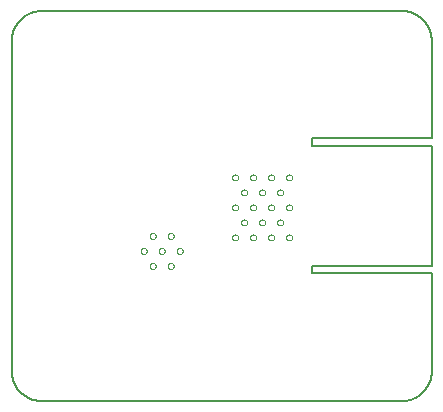
<source format=gko>
G75*
%MOIN*%
%OFA0B0*%
%FSLAX25Y25*%
%IPPOS*%
%LPD*%
%AMOC8*
5,1,8,0,0,1.08239X$1,22.5*
%
%ADD10C,0.00800*%
%ADD11C,0.00000*%
D10*
X0005000Y0011500D02*
X0005000Y0121500D01*
X0005003Y0121742D01*
X0005012Y0121983D01*
X0005026Y0122224D01*
X0005047Y0122465D01*
X0005073Y0122705D01*
X0005105Y0122945D01*
X0005143Y0123184D01*
X0005186Y0123421D01*
X0005236Y0123658D01*
X0005291Y0123893D01*
X0005351Y0124127D01*
X0005418Y0124359D01*
X0005489Y0124590D01*
X0005567Y0124819D01*
X0005650Y0125046D01*
X0005738Y0125271D01*
X0005832Y0125494D01*
X0005931Y0125714D01*
X0006036Y0125932D01*
X0006145Y0126147D01*
X0006260Y0126360D01*
X0006380Y0126570D01*
X0006505Y0126776D01*
X0006635Y0126980D01*
X0006770Y0127181D01*
X0006910Y0127378D01*
X0007054Y0127572D01*
X0007203Y0127762D01*
X0007357Y0127948D01*
X0007515Y0128131D01*
X0007677Y0128310D01*
X0007844Y0128485D01*
X0008015Y0128656D01*
X0008190Y0128823D01*
X0008369Y0128985D01*
X0008552Y0129143D01*
X0008738Y0129297D01*
X0008928Y0129446D01*
X0009122Y0129590D01*
X0009319Y0129730D01*
X0009520Y0129865D01*
X0009724Y0129995D01*
X0009930Y0130120D01*
X0010140Y0130240D01*
X0010353Y0130355D01*
X0010568Y0130464D01*
X0010786Y0130569D01*
X0011006Y0130668D01*
X0011229Y0130762D01*
X0011454Y0130850D01*
X0011681Y0130933D01*
X0011910Y0131011D01*
X0012141Y0131082D01*
X0012373Y0131149D01*
X0012607Y0131209D01*
X0012842Y0131264D01*
X0013079Y0131314D01*
X0013316Y0131357D01*
X0013555Y0131395D01*
X0013795Y0131427D01*
X0014035Y0131453D01*
X0014276Y0131474D01*
X0014517Y0131488D01*
X0014758Y0131497D01*
X0015000Y0131500D01*
X0135000Y0131500D01*
X0135242Y0131497D01*
X0135483Y0131488D01*
X0135724Y0131474D01*
X0135965Y0131453D01*
X0136205Y0131427D01*
X0136445Y0131395D01*
X0136684Y0131357D01*
X0136921Y0131314D01*
X0137158Y0131264D01*
X0137393Y0131209D01*
X0137627Y0131149D01*
X0137859Y0131082D01*
X0138090Y0131011D01*
X0138319Y0130933D01*
X0138546Y0130850D01*
X0138771Y0130762D01*
X0138994Y0130668D01*
X0139214Y0130569D01*
X0139432Y0130464D01*
X0139647Y0130355D01*
X0139860Y0130240D01*
X0140070Y0130120D01*
X0140276Y0129995D01*
X0140480Y0129865D01*
X0140681Y0129730D01*
X0140878Y0129590D01*
X0141072Y0129446D01*
X0141262Y0129297D01*
X0141448Y0129143D01*
X0141631Y0128985D01*
X0141810Y0128823D01*
X0141985Y0128656D01*
X0142156Y0128485D01*
X0142323Y0128310D01*
X0142485Y0128131D01*
X0142643Y0127948D01*
X0142797Y0127762D01*
X0142946Y0127572D01*
X0143090Y0127378D01*
X0143230Y0127181D01*
X0143365Y0126980D01*
X0143495Y0126776D01*
X0143620Y0126570D01*
X0143740Y0126360D01*
X0143855Y0126147D01*
X0143964Y0125932D01*
X0144069Y0125714D01*
X0144168Y0125494D01*
X0144262Y0125271D01*
X0144350Y0125046D01*
X0144433Y0124819D01*
X0144511Y0124590D01*
X0144582Y0124359D01*
X0144649Y0124127D01*
X0144709Y0123893D01*
X0144764Y0123658D01*
X0144814Y0123421D01*
X0144857Y0123184D01*
X0144895Y0122945D01*
X0144927Y0122705D01*
X0144953Y0122465D01*
X0144974Y0122224D01*
X0144988Y0121983D01*
X0144997Y0121742D01*
X0145000Y0121500D01*
X0145000Y0089000D01*
X0105000Y0089000D01*
X0105000Y0086500D01*
X0145000Y0086500D01*
X0145000Y0046500D01*
X0105000Y0046500D01*
X0105000Y0044000D01*
X0145000Y0044000D01*
X0145000Y0011500D01*
X0144997Y0011258D01*
X0144988Y0011017D01*
X0144974Y0010776D01*
X0144953Y0010535D01*
X0144927Y0010295D01*
X0144895Y0010055D01*
X0144857Y0009816D01*
X0144814Y0009579D01*
X0144764Y0009342D01*
X0144709Y0009107D01*
X0144649Y0008873D01*
X0144582Y0008641D01*
X0144511Y0008410D01*
X0144433Y0008181D01*
X0144350Y0007954D01*
X0144262Y0007729D01*
X0144168Y0007506D01*
X0144069Y0007286D01*
X0143964Y0007068D01*
X0143855Y0006853D01*
X0143740Y0006640D01*
X0143620Y0006430D01*
X0143495Y0006224D01*
X0143365Y0006020D01*
X0143230Y0005819D01*
X0143090Y0005622D01*
X0142946Y0005428D01*
X0142797Y0005238D01*
X0142643Y0005052D01*
X0142485Y0004869D01*
X0142323Y0004690D01*
X0142156Y0004515D01*
X0141985Y0004344D01*
X0141810Y0004177D01*
X0141631Y0004015D01*
X0141448Y0003857D01*
X0141262Y0003703D01*
X0141072Y0003554D01*
X0140878Y0003410D01*
X0140681Y0003270D01*
X0140480Y0003135D01*
X0140276Y0003005D01*
X0140070Y0002880D01*
X0139860Y0002760D01*
X0139647Y0002645D01*
X0139432Y0002536D01*
X0139214Y0002431D01*
X0138994Y0002332D01*
X0138771Y0002238D01*
X0138546Y0002150D01*
X0138319Y0002067D01*
X0138090Y0001989D01*
X0137859Y0001918D01*
X0137627Y0001851D01*
X0137393Y0001791D01*
X0137158Y0001736D01*
X0136921Y0001686D01*
X0136684Y0001643D01*
X0136445Y0001605D01*
X0136205Y0001573D01*
X0135965Y0001547D01*
X0135724Y0001526D01*
X0135483Y0001512D01*
X0135242Y0001503D01*
X0135000Y0001500D01*
X0015000Y0001500D01*
X0014758Y0001503D01*
X0014517Y0001512D01*
X0014276Y0001526D01*
X0014035Y0001547D01*
X0013795Y0001573D01*
X0013555Y0001605D01*
X0013316Y0001643D01*
X0013079Y0001686D01*
X0012842Y0001736D01*
X0012607Y0001791D01*
X0012373Y0001851D01*
X0012141Y0001918D01*
X0011910Y0001989D01*
X0011681Y0002067D01*
X0011454Y0002150D01*
X0011229Y0002238D01*
X0011006Y0002332D01*
X0010786Y0002431D01*
X0010568Y0002536D01*
X0010353Y0002645D01*
X0010140Y0002760D01*
X0009930Y0002880D01*
X0009724Y0003005D01*
X0009520Y0003135D01*
X0009319Y0003270D01*
X0009122Y0003410D01*
X0008928Y0003554D01*
X0008738Y0003703D01*
X0008552Y0003857D01*
X0008369Y0004015D01*
X0008190Y0004177D01*
X0008015Y0004344D01*
X0007844Y0004515D01*
X0007677Y0004690D01*
X0007515Y0004869D01*
X0007357Y0005052D01*
X0007203Y0005238D01*
X0007054Y0005428D01*
X0006910Y0005622D01*
X0006770Y0005819D01*
X0006635Y0006020D01*
X0006505Y0006224D01*
X0006380Y0006430D01*
X0006260Y0006640D01*
X0006145Y0006853D01*
X0006036Y0007068D01*
X0005931Y0007286D01*
X0005832Y0007506D01*
X0005738Y0007729D01*
X0005650Y0007954D01*
X0005567Y0008181D01*
X0005489Y0008410D01*
X0005418Y0008641D01*
X0005351Y0008873D01*
X0005291Y0009107D01*
X0005236Y0009342D01*
X0005186Y0009579D01*
X0005143Y0009816D01*
X0005105Y0010055D01*
X0005073Y0010295D01*
X0005047Y0010535D01*
X0005026Y0010776D01*
X0005012Y0011017D01*
X0005003Y0011258D01*
X0005000Y0011500D01*
D11*
X0048000Y0051500D02*
X0048002Y0051563D01*
X0048008Y0051625D01*
X0048018Y0051687D01*
X0048031Y0051749D01*
X0048049Y0051809D01*
X0048070Y0051868D01*
X0048095Y0051926D01*
X0048124Y0051982D01*
X0048156Y0052036D01*
X0048191Y0052088D01*
X0048229Y0052137D01*
X0048271Y0052185D01*
X0048315Y0052229D01*
X0048363Y0052271D01*
X0048412Y0052309D01*
X0048464Y0052344D01*
X0048518Y0052376D01*
X0048574Y0052405D01*
X0048632Y0052430D01*
X0048691Y0052451D01*
X0048751Y0052469D01*
X0048813Y0052482D01*
X0048875Y0052492D01*
X0048937Y0052498D01*
X0049000Y0052500D01*
X0049063Y0052498D01*
X0049125Y0052492D01*
X0049187Y0052482D01*
X0049249Y0052469D01*
X0049309Y0052451D01*
X0049368Y0052430D01*
X0049426Y0052405D01*
X0049482Y0052376D01*
X0049536Y0052344D01*
X0049588Y0052309D01*
X0049637Y0052271D01*
X0049685Y0052229D01*
X0049729Y0052185D01*
X0049771Y0052137D01*
X0049809Y0052088D01*
X0049844Y0052036D01*
X0049876Y0051982D01*
X0049905Y0051926D01*
X0049930Y0051868D01*
X0049951Y0051809D01*
X0049969Y0051749D01*
X0049982Y0051687D01*
X0049992Y0051625D01*
X0049998Y0051563D01*
X0050000Y0051500D01*
X0049998Y0051437D01*
X0049992Y0051375D01*
X0049982Y0051313D01*
X0049969Y0051251D01*
X0049951Y0051191D01*
X0049930Y0051132D01*
X0049905Y0051074D01*
X0049876Y0051018D01*
X0049844Y0050964D01*
X0049809Y0050912D01*
X0049771Y0050863D01*
X0049729Y0050815D01*
X0049685Y0050771D01*
X0049637Y0050729D01*
X0049588Y0050691D01*
X0049536Y0050656D01*
X0049482Y0050624D01*
X0049426Y0050595D01*
X0049368Y0050570D01*
X0049309Y0050549D01*
X0049249Y0050531D01*
X0049187Y0050518D01*
X0049125Y0050508D01*
X0049063Y0050502D01*
X0049000Y0050500D01*
X0048937Y0050502D01*
X0048875Y0050508D01*
X0048813Y0050518D01*
X0048751Y0050531D01*
X0048691Y0050549D01*
X0048632Y0050570D01*
X0048574Y0050595D01*
X0048518Y0050624D01*
X0048464Y0050656D01*
X0048412Y0050691D01*
X0048363Y0050729D01*
X0048315Y0050771D01*
X0048271Y0050815D01*
X0048229Y0050863D01*
X0048191Y0050912D01*
X0048156Y0050964D01*
X0048124Y0051018D01*
X0048095Y0051074D01*
X0048070Y0051132D01*
X0048049Y0051191D01*
X0048031Y0051251D01*
X0048018Y0051313D01*
X0048008Y0051375D01*
X0048002Y0051437D01*
X0048000Y0051500D01*
X0051000Y0056500D02*
X0051002Y0056563D01*
X0051008Y0056625D01*
X0051018Y0056687D01*
X0051031Y0056749D01*
X0051049Y0056809D01*
X0051070Y0056868D01*
X0051095Y0056926D01*
X0051124Y0056982D01*
X0051156Y0057036D01*
X0051191Y0057088D01*
X0051229Y0057137D01*
X0051271Y0057185D01*
X0051315Y0057229D01*
X0051363Y0057271D01*
X0051412Y0057309D01*
X0051464Y0057344D01*
X0051518Y0057376D01*
X0051574Y0057405D01*
X0051632Y0057430D01*
X0051691Y0057451D01*
X0051751Y0057469D01*
X0051813Y0057482D01*
X0051875Y0057492D01*
X0051937Y0057498D01*
X0052000Y0057500D01*
X0052063Y0057498D01*
X0052125Y0057492D01*
X0052187Y0057482D01*
X0052249Y0057469D01*
X0052309Y0057451D01*
X0052368Y0057430D01*
X0052426Y0057405D01*
X0052482Y0057376D01*
X0052536Y0057344D01*
X0052588Y0057309D01*
X0052637Y0057271D01*
X0052685Y0057229D01*
X0052729Y0057185D01*
X0052771Y0057137D01*
X0052809Y0057088D01*
X0052844Y0057036D01*
X0052876Y0056982D01*
X0052905Y0056926D01*
X0052930Y0056868D01*
X0052951Y0056809D01*
X0052969Y0056749D01*
X0052982Y0056687D01*
X0052992Y0056625D01*
X0052998Y0056563D01*
X0053000Y0056500D01*
X0052998Y0056437D01*
X0052992Y0056375D01*
X0052982Y0056313D01*
X0052969Y0056251D01*
X0052951Y0056191D01*
X0052930Y0056132D01*
X0052905Y0056074D01*
X0052876Y0056018D01*
X0052844Y0055964D01*
X0052809Y0055912D01*
X0052771Y0055863D01*
X0052729Y0055815D01*
X0052685Y0055771D01*
X0052637Y0055729D01*
X0052588Y0055691D01*
X0052536Y0055656D01*
X0052482Y0055624D01*
X0052426Y0055595D01*
X0052368Y0055570D01*
X0052309Y0055549D01*
X0052249Y0055531D01*
X0052187Y0055518D01*
X0052125Y0055508D01*
X0052063Y0055502D01*
X0052000Y0055500D01*
X0051937Y0055502D01*
X0051875Y0055508D01*
X0051813Y0055518D01*
X0051751Y0055531D01*
X0051691Y0055549D01*
X0051632Y0055570D01*
X0051574Y0055595D01*
X0051518Y0055624D01*
X0051464Y0055656D01*
X0051412Y0055691D01*
X0051363Y0055729D01*
X0051315Y0055771D01*
X0051271Y0055815D01*
X0051229Y0055863D01*
X0051191Y0055912D01*
X0051156Y0055964D01*
X0051124Y0056018D01*
X0051095Y0056074D01*
X0051070Y0056132D01*
X0051049Y0056191D01*
X0051031Y0056251D01*
X0051018Y0056313D01*
X0051008Y0056375D01*
X0051002Y0056437D01*
X0051000Y0056500D01*
X0054000Y0051500D02*
X0054002Y0051563D01*
X0054008Y0051625D01*
X0054018Y0051687D01*
X0054031Y0051749D01*
X0054049Y0051809D01*
X0054070Y0051868D01*
X0054095Y0051926D01*
X0054124Y0051982D01*
X0054156Y0052036D01*
X0054191Y0052088D01*
X0054229Y0052137D01*
X0054271Y0052185D01*
X0054315Y0052229D01*
X0054363Y0052271D01*
X0054412Y0052309D01*
X0054464Y0052344D01*
X0054518Y0052376D01*
X0054574Y0052405D01*
X0054632Y0052430D01*
X0054691Y0052451D01*
X0054751Y0052469D01*
X0054813Y0052482D01*
X0054875Y0052492D01*
X0054937Y0052498D01*
X0055000Y0052500D01*
X0055063Y0052498D01*
X0055125Y0052492D01*
X0055187Y0052482D01*
X0055249Y0052469D01*
X0055309Y0052451D01*
X0055368Y0052430D01*
X0055426Y0052405D01*
X0055482Y0052376D01*
X0055536Y0052344D01*
X0055588Y0052309D01*
X0055637Y0052271D01*
X0055685Y0052229D01*
X0055729Y0052185D01*
X0055771Y0052137D01*
X0055809Y0052088D01*
X0055844Y0052036D01*
X0055876Y0051982D01*
X0055905Y0051926D01*
X0055930Y0051868D01*
X0055951Y0051809D01*
X0055969Y0051749D01*
X0055982Y0051687D01*
X0055992Y0051625D01*
X0055998Y0051563D01*
X0056000Y0051500D01*
X0055998Y0051437D01*
X0055992Y0051375D01*
X0055982Y0051313D01*
X0055969Y0051251D01*
X0055951Y0051191D01*
X0055930Y0051132D01*
X0055905Y0051074D01*
X0055876Y0051018D01*
X0055844Y0050964D01*
X0055809Y0050912D01*
X0055771Y0050863D01*
X0055729Y0050815D01*
X0055685Y0050771D01*
X0055637Y0050729D01*
X0055588Y0050691D01*
X0055536Y0050656D01*
X0055482Y0050624D01*
X0055426Y0050595D01*
X0055368Y0050570D01*
X0055309Y0050549D01*
X0055249Y0050531D01*
X0055187Y0050518D01*
X0055125Y0050508D01*
X0055063Y0050502D01*
X0055000Y0050500D01*
X0054937Y0050502D01*
X0054875Y0050508D01*
X0054813Y0050518D01*
X0054751Y0050531D01*
X0054691Y0050549D01*
X0054632Y0050570D01*
X0054574Y0050595D01*
X0054518Y0050624D01*
X0054464Y0050656D01*
X0054412Y0050691D01*
X0054363Y0050729D01*
X0054315Y0050771D01*
X0054271Y0050815D01*
X0054229Y0050863D01*
X0054191Y0050912D01*
X0054156Y0050964D01*
X0054124Y0051018D01*
X0054095Y0051074D01*
X0054070Y0051132D01*
X0054049Y0051191D01*
X0054031Y0051251D01*
X0054018Y0051313D01*
X0054008Y0051375D01*
X0054002Y0051437D01*
X0054000Y0051500D01*
X0057000Y0056500D02*
X0057002Y0056563D01*
X0057008Y0056625D01*
X0057018Y0056687D01*
X0057031Y0056749D01*
X0057049Y0056809D01*
X0057070Y0056868D01*
X0057095Y0056926D01*
X0057124Y0056982D01*
X0057156Y0057036D01*
X0057191Y0057088D01*
X0057229Y0057137D01*
X0057271Y0057185D01*
X0057315Y0057229D01*
X0057363Y0057271D01*
X0057412Y0057309D01*
X0057464Y0057344D01*
X0057518Y0057376D01*
X0057574Y0057405D01*
X0057632Y0057430D01*
X0057691Y0057451D01*
X0057751Y0057469D01*
X0057813Y0057482D01*
X0057875Y0057492D01*
X0057937Y0057498D01*
X0058000Y0057500D01*
X0058063Y0057498D01*
X0058125Y0057492D01*
X0058187Y0057482D01*
X0058249Y0057469D01*
X0058309Y0057451D01*
X0058368Y0057430D01*
X0058426Y0057405D01*
X0058482Y0057376D01*
X0058536Y0057344D01*
X0058588Y0057309D01*
X0058637Y0057271D01*
X0058685Y0057229D01*
X0058729Y0057185D01*
X0058771Y0057137D01*
X0058809Y0057088D01*
X0058844Y0057036D01*
X0058876Y0056982D01*
X0058905Y0056926D01*
X0058930Y0056868D01*
X0058951Y0056809D01*
X0058969Y0056749D01*
X0058982Y0056687D01*
X0058992Y0056625D01*
X0058998Y0056563D01*
X0059000Y0056500D01*
X0058998Y0056437D01*
X0058992Y0056375D01*
X0058982Y0056313D01*
X0058969Y0056251D01*
X0058951Y0056191D01*
X0058930Y0056132D01*
X0058905Y0056074D01*
X0058876Y0056018D01*
X0058844Y0055964D01*
X0058809Y0055912D01*
X0058771Y0055863D01*
X0058729Y0055815D01*
X0058685Y0055771D01*
X0058637Y0055729D01*
X0058588Y0055691D01*
X0058536Y0055656D01*
X0058482Y0055624D01*
X0058426Y0055595D01*
X0058368Y0055570D01*
X0058309Y0055549D01*
X0058249Y0055531D01*
X0058187Y0055518D01*
X0058125Y0055508D01*
X0058063Y0055502D01*
X0058000Y0055500D01*
X0057937Y0055502D01*
X0057875Y0055508D01*
X0057813Y0055518D01*
X0057751Y0055531D01*
X0057691Y0055549D01*
X0057632Y0055570D01*
X0057574Y0055595D01*
X0057518Y0055624D01*
X0057464Y0055656D01*
X0057412Y0055691D01*
X0057363Y0055729D01*
X0057315Y0055771D01*
X0057271Y0055815D01*
X0057229Y0055863D01*
X0057191Y0055912D01*
X0057156Y0055964D01*
X0057124Y0056018D01*
X0057095Y0056074D01*
X0057070Y0056132D01*
X0057049Y0056191D01*
X0057031Y0056251D01*
X0057018Y0056313D01*
X0057008Y0056375D01*
X0057002Y0056437D01*
X0057000Y0056500D01*
X0060000Y0051500D02*
X0060002Y0051563D01*
X0060008Y0051625D01*
X0060018Y0051687D01*
X0060031Y0051749D01*
X0060049Y0051809D01*
X0060070Y0051868D01*
X0060095Y0051926D01*
X0060124Y0051982D01*
X0060156Y0052036D01*
X0060191Y0052088D01*
X0060229Y0052137D01*
X0060271Y0052185D01*
X0060315Y0052229D01*
X0060363Y0052271D01*
X0060412Y0052309D01*
X0060464Y0052344D01*
X0060518Y0052376D01*
X0060574Y0052405D01*
X0060632Y0052430D01*
X0060691Y0052451D01*
X0060751Y0052469D01*
X0060813Y0052482D01*
X0060875Y0052492D01*
X0060937Y0052498D01*
X0061000Y0052500D01*
X0061063Y0052498D01*
X0061125Y0052492D01*
X0061187Y0052482D01*
X0061249Y0052469D01*
X0061309Y0052451D01*
X0061368Y0052430D01*
X0061426Y0052405D01*
X0061482Y0052376D01*
X0061536Y0052344D01*
X0061588Y0052309D01*
X0061637Y0052271D01*
X0061685Y0052229D01*
X0061729Y0052185D01*
X0061771Y0052137D01*
X0061809Y0052088D01*
X0061844Y0052036D01*
X0061876Y0051982D01*
X0061905Y0051926D01*
X0061930Y0051868D01*
X0061951Y0051809D01*
X0061969Y0051749D01*
X0061982Y0051687D01*
X0061992Y0051625D01*
X0061998Y0051563D01*
X0062000Y0051500D01*
X0061998Y0051437D01*
X0061992Y0051375D01*
X0061982Y0051313D01*
X0061969Y0051251D01*
X0061951Y0051191D01*
X0061930Y0051132D01*
X0061905Y0051074D01*
X0061876Y0051018D01*
X0061844Y0050964D01*
X0061809Y0050912D01*
X0061771Y0050863D01*
X0061729Y0050815D01*
X0061685Y0050771D01*
X0061637Y0050729D01*
X0061588Y0050691D01*
X0061536Y0050656D01*
X0061482Y0050624D01*
X0061426Y0050595D01*
X0061368Y0050570D01*
X0061309Y0050549D01*
X0061249Y0050531D01*
X0061187Y0050518D01*
X0061125Y0050508D01*
X0061063Y0050502D01*
X0061000Y0050500D01*
X0060937Y0050502D01*
X0060875Y0050508D01*
X0060813Y0050518D01*
X0060751Y0050531D01*
X0060691Y0050549D01*
X0060632Y0050570D01*
X0060574Y0050595D01*
X0060518Y0050624D01*
X0060464Y0050656D01*
X0060412Y0050691D01*
X0060363Y0050729D01*
X0060315Y0050771D01*
X0060271Y0050815D01*
X0060229Y0050863D01*
X0060191Y0050912D01*
X0060156Y0050964D01*
X0060124Y0051018D01*
X0060095Y0051074D01*
X0060070Y0051132D01*
X0060049Y0051191D01*
X0060031Y0051251D01*
X0060018Y0051313D01*
X0060008Y0051375D01*
X0060002Y0051437D01*
X0060000Y0051500D01*
X0057000Y0046500D02*
X0057002Y0046563D01*
X0057008Y0046625D01*
X0057018Y0046687D01*
X0057031Y0046749D01*
X0057049Y0046809D01*
X0057070Y0046868D01*
X0057095Y0046926D01*
X0057124Y0046982D01*
X0057156Y0047036D01*
X0057191Y0047088D01*
X0057229Y0047137D01*
X0057271Y0047185D01*
X0057315Y0047229D01*
X0057363Y0047271D01*
X0057412Y0047309D01*
X0057464Y0047344D01*
X0057518Y0047376D01*
X0057574Y0047405D01*
X0057632Y0047430D01*
X0057691Y0047451D01*
X0057751Y0047469D01*
X0057813Y0047482D01*
X0057875Y0047492D01*
X0057937Y0047498D01*
X0058000Y0047500D01*
X0058063Y0047498D01*
X0058125Y0047492D01*
X0058187Y0047482D01*
X0058249Y0047469D01*
X0058309Y0047451D01*
X0058368Y0047430D01*
X0058426Y0047405D01*
X0058482Y0047376D01*
X0058536Y0047344D01*
X0058588Y0047309D01*
X0058637Y0047271D01*
X0058685Y0047229D01*
X0058729Y0047185D01*
X0058771Y0047137D01*
X0058809Y0047088D01*
X0058844Y0047036D01*
X0058876Y0046982D01*
X0058905Y0046926D01*
X0058930Y0046868D01*
X0058951Y0046809D01*
X0058969Y0046749D01*
X0058982Y0046687D01*
X0058992Y0046625D01*
X0058998Y0046563D01*
X0059000Y0046500D01*
X0058998Y0046437D01*
X0058992Y0046375D01*
X0058982Y0046313D01*
X0058969Y0046251D01*
X0058951Y0046191D01*
X0058930Y0046132D01*
X0058905Y0046074D01*
X0058876Y0046018D01*
X0058844Y0045964D01*
X0058809Y0045912D01*
X0058771Y0045863D01*
X0058729Y0045815D01*
X0058685Y0045771D01*
X0058637Y0045729D01*
X0058588Y0045691D01*
X0058536Y0045656D01*
X0058482Y0045624D01*
X0058426Y0045595D01*
X0058368Y0045570D01*
X0058309Y0045549D01*
X0058249Y0045531D01*
X0058187Y0045518D01*
X0058125Y0045508D01*
X0058063Y0045502D01*
X0058000Y0045500D01*
X0057937Y0045502D01*
X0057875Y0045508D01*
X0057813Y0045518D01*
X0057751Y0045531D01*
X0057691Y0045549D01*
X0057632Y0045570D01*
X0057574Y0045595D01*
X0057518Y0045624D01*
X0057464Y0045656D01*
X0057412Y0045691D01*
X0057363Y0045729D01*
X0057315Y0045771D01*
X0057271Y0045815D01*
X0057229Y0045863D01*
X0057191Y0045912D01*
X0057156Y0045964D01*
X0057124Y0046018D01*
X0057095Y0046074D01*
X0057070Y0046132D01*
X0057049Y0046191D01*
X0057031Y0046251D01*
X0057018Y0046313D01*
X0057008Y0046375D01*
X0057002Y0046437D01*
X0057000Y0046500D01*
X0051000Y0046500D02*
X0051002Y0046563D01*
X0051008Y0046625D01*
X0051018Y0046687D01*
X0051031Y0046749D01*
X0051049Y0046809D01*
X0051070Y0046868D01*
X0051095Y0046926D01*
X0051124Y0046982D01*
X0051156Y0047036D01*
X0051191Y0047088D01*
X0051229Y0047137D01*
X0051271Y0047185D01*
X0051315Y0047229D01*
X0051363Y0047271D01*
X0051412Y0047309D01*
X0051464Y0047344D01*
X0051518Y0047376D01*
X0051574Y0047405D01*
X0051632Y0047430D01*
X0051691Y0047451D01*
X0051751Y0047469D01*
X0051813Y0047482D01*
X0051875Y0047492D01*
X0051937Y0047498D01*
X0052000Y0047500D01*
X0052063Y0047498D01*
X0052125Y0047492D01*
X0052187Y0047482D01*
X0052249Y0047469D01*
X0052309Y0047451D01*
X0052368Y0047430D01*
X0052426Y0047405D01*
X0052482Y0047376D01*
X0052536Y0047344D01*
X0052588Y0047309D01*
X0052637Y0047271D01*
X0052685Y0047229D01*
X0052729Y0047185D01*
X0052771Y0047137D01*
X0052809Y0047088D01*
X0052844Y0047036D01*
X0052876Y0046982D01*
X0052905Y0046926D01*
X0052930Y0046868D01*
X0052951Y0046809D01*
X0052969Y0046749D01*
X0052982Y0046687D01*
X0052992Y0046625D01*
X0052998Y0046563D01*
X0053000Y0046500D01*
X0052998Y0046437D01*
X0052992Y0046375D01*
X0052982Y0046313D01*
X0052969Y0046251D01*
X0052951Y0046191D01*
X0052930Y0046132D01*
X0052905Y0046074D01*
X0052876Y0046018D01*
X0052844Y0045964D01*
X0052809Y0045912D01*
X0052771Y0045863D01*
X0052729Y0045815D01*
X0052685Y0045771D01*
X0052637Y0045729D01*
X0052588Y0045691D01*
X0052536Y0045656D01*
X0052482Y0045624D01*
X0052426Y0045595D01*
X0052368Y0045570D01*
X0052309Y0045549D01*
X0052249Y0045531D01*
X0052187Y0045518D01*
X0052125Y0045508D01*
X0052063Y0045502D01*
X0052000Y0045500D01*
X0051937Y0045502D01*
X0051875Y0045508D01*
X0051813Y0045518D01*
X0051751Y0045531D01*
X0051691Y0045549D01*
X0051632Y0045570D01*
X0051574Y0045595D01*
X0051518Y0045624D01*
X0051464Y0045656D01*
X0051412Y0045691D01*
X0051363Y0045729D01*
X0051315Y0045771D01*
X0051271Y0045815D01*
X0051229Y0045863D01*
X0051191Y0045912D01*
X0051156Y0045964D01*
X0051124Y0046018D01*
X0051095Y0046074D01*
X0051070Y0046132D01*
X0051049Y0046191D01*
X0051031Y0046251D01*
X0051018Y0046313D01*
X0051008Y0046375D01*
X0051002Y0046437D01*
X0051000Y0046500D01*
X0078500Y0056000D02*
X0078502Y0056063D01*
X0078508Y0056125D01*
X0078518Y0056187D01*
X0078531Y0056249D01*
X0078549Y0056309D01*
X0078570Y0056368D01*
X0078595Y0056426D01*
X0078624Y0056482D01*
X0078656Y0056536D01*
X0078691Y0056588D01*
X0078729Y0056637D01*
X0078771Y0056685D01*
X0078815Y0056729D01*
X0078863Y0056771D01*
X0078912Y0056809D01*
X0078964Y0056844D01*
X0079018Y0056876D01*
X0079074Y0056905D01*
X0079132Y0056930D01*
X0079191Y0056951D01*
X0079251Y0056969D01*
X0079313Y0056982D01*
X0079375Y0056992D01*
X0079437Y0056998D01*
X0079500Y0057000D01*
X0079563Y0056998D01*
X0079625Y0056992D01*
X0079687Y0056982D01*
X0079749Y0056969D01*
X0079809Y0056951D01*
X0079868Y0056930D01*
X0079926Y0056905D01*
X0079982Y0056876D01*
X0080036Y0056844D01*
X0080088Y0056809D01*
X0080137Y0056771D01*
X0080185Y0056729D01*
X0080229Y0056685D01*
X0080271Y0056637D01*
X0080309Y0056588D01*
X0080344Y0056536D01*
X0080376Y0056482D01*
X0080405Y0056426D01*
X0080430Y0056368D01*
X0080451Y0056309D01*
X0080469Y0056249D01*
X0080482Y0056187D01*
X0080492Y0056125D01*
X0080498Y0056063D01*
X0080500Y0056000D01*
X0080498Y0055937D01*
X0080492Y0055875D01*
X0080482Y0055813D01*
X0080469Y0055751D01*
X0080451Y0055691D01*
X0080430Y0055632D01*
X0080405Y0055574D01*
X0080376Y0055518D01*
X0080344Y0055464D01*
X0080309Y0055412D01*
X0080271Y0055363D01*
X0080229Y0055315D01*
X0080185Y0055271D01*
X0080137Y0055229D01*
X0080088Y0055191D01*
X0080036Y0055156D01*
X0079982Y0055124D01*
X0079926Y0055095D01*
X0079868Y0055070D01*
X0079809Y0055049D01*
X0079749Y0055031D01*
X0079687Y0055018D01*
X0079625Y0055008D01*
X0079563Y0055002D01*
X0079500Y0055000D01*
X0079437Y0055002D01*
X0079375Y0055008D01*
X0079313Y0055018D01*
X0079251Y0055031D01*
X0079191Y0055049D01*
X0079132Y0055070D01*
X0079074Y0055095D01*
X0079018Y0055124D01*
X0078964Y0055156D01*
X0078912Y0055191D01*
X0078863Y0055229D01*
X0078815Y0055271D01*
X0078771Y0055315D01*
X0078729Y0055363D01*
X0078691Y0055412D01*
X0078656Y0055464D01*
X0078624Y0055518D01*
X0078595Y0055574D01*
X0078570Y0055632D01*
X0078549Y0055691D01*
X0078531Y0055751D01*
X0078518Y0055813D01*
X0078508Y0055875D01*
X0078502Y0055937D01*
X0078500Y0056000D01*
X0081500Y0061000D02*
X0081502Y0061063D01*
X0081508Y0061125D01*
X0081518Y0061187D01*
X0081531Y0061249D01*
X0081549Y0061309D01*
X0081570Y0061368D01*
X0081595Y0061426D01*
X0081624Y0061482D01*
X0081656Y0061536D01*
X0081691Y0061588D01*
X0081729Y0061637D01*
X0081771Y0061685D01*
X0081815Y0061729D01*
X0081863Y0061771D01*
X0081912Y0061809D01*
X0081964Y0061844D01*
X0082018Y0061876D01*
X0082074Y0061905D01*
X0082132Y0061930D01*
X0082191Y0061951D01*
X0082251Y0061969D01*
X0082313Y0061982D01*
X0082375Y0061992D01*
X0082437Y0061998D01*
X0082500Y0062000D01*
X0082563Y0061998D01*
X0082625Y0061992D01*
X0082687Y0061982D01*
X0082749Y0061969D01*
X0082809Y0061951D01*
X0082868Y0061930D01*
X0082926Y0061905D01*
X0082982Y0061876D01*
X0083036Y0061844D01*
X0083088Y0061809D01*
X0083137Y0061771D01*
X0083185Y0061729D01*
X0083229Y0061685D01*
X0083271Y0061637D01*
X0083309Y0061588D01*
X0083344Y0061536D01*
X0083376Y0061482D01*
X0083405Y0061426D01*
X0083430Y0061368D01*
X0083451Y0061309D01*
X0083469Y0061249D01*
X0083482Y0061187D01*
X0083492Y0061125D01*
X0083498Y0061063D01*
X0083500Y0061000D01*
X0083498Y0060937D01*
X0083492Y0060875D01*
X0083482Y0060813D01*
X0083469Y0060751D01*
X0083451Y0060691D01*
X0083430Y0060632D01*
X0083405Y0060574D01*
X0083376Y0060518D01*
X0083344Y0060464D01*
X0083309Y0060412D01*
X0083271Y0060363D01*
X0083229Y0060315D01*
X0083185Y0060271D01*
X0083137Y0060229D01*
X0083088Y0060191D01*
X0083036Y0060156D01*
X0082982Y0060124D01*
X0082926Y0060095D01*
X0082868Y0060070D01*
X0082809Y0060049D01*
X0082749Y0060031D01*
X0082687Y0060018D01*
X0082625Y0060008D01*
X0082563Y0060002D01*
X0082500Y0060000D01*
X0082437Y0060002D01*
X0082375Y0060008D01*
X0082313Y0060018D01*
X0082251Y0060031D01*
X0082191Y0060049D01*
X0082132Y0060070D01*
X0082074Y0060095D01*
X0082018Y0060124D01*
X0081964Y0060156D01*
X0081912Y0060191D01*
X0081863Y0060229D01*
X0081815Y0060271D01*
X0081771Y0060315D01*
X0081729Y0060363D01*
X0081691Y0060412D01*
X0081656Y0060464D01*
X0081624Y0060518D01*
X0081595Y0060574D01*
X0081570Y0060632D01*
X0081549Y0060691D01*
X0081531Y0060751D01*
X0081518Y0060813D01*
X0081508Y0060875D01*
X0081502Y0060937D01*
X0081500Y0061000D01*
X0078500Y0066000D02*
X0078502Y0066063D01*
X0078508Y0066125D01*
X0078518Y0066187D01*
X0078531Y0066249D01*
X0078549Y0066309D01*
X0078570Y0066368D01*
X0078595Y0066426D01*
X0078624Y0066482D01*
X0078656Y0066536D01*
X0078691Y0066588D01*
X0078729Y0066637D01*
X0078771Y0066685D01*
X0078815Y0066729D01*
X0078863Y0066771D01*
X0078912Y0066809D01*
X0078964Y0066844D01*
X0079018Y0066876D01*
X0079074Y0066905D01*
X0079132Y0066930D01*
X0079191Y0066951D01*
X0079251Y0066969D01*
X0079313Y0066982D01*
X0079375Y0066992D01*
X0079437Y0066998D01*
X0079500Y0067000D01*
X0079563Y0066998D01*
X0079625Y0066992D01*
X0079687Y0066982D01*
X0079749Y0066969D01*
X0079809Y0066951D01*
X0079868Y0066930D01*
X0079926Y0066905D01*
X0079982Y0066876D01*
X0080036Y0066844D01*
X0080088Y0066809D01*
X0080137Y0066771D01*
X0080185Y0066729D01*
X0080229Y0066685D01*
X0080271Y0066637D01*
X0080309Y0066588D01*
X0080344Y0066536D01*
X0080376Y0066482D01*
X0080405Y0066426D01*
X0080430Y0066368D01*
X0080451Y0066309D01*
X0080469Y0066249D01*
X0080482Y0066187D01*
X0080492Y0066125D01*
X0080498Y0066063D01*
X0080500Y0066000D01*
X0080498Y0065937D01*
X0080492Y0065875D01*
X0080482Y0065813D01*
X0080469Y0065751D01*
X0080451Y0065691D01*
X0080430Y0065632D01*
X0080405Y0065574D01*
X0080376Y0065518D01*
X0080344Y0065464D01*
X0080309Y0065412D01*
X0080271Y0065363D01*
X0080229Y0065315D01*
X0080185Y0065271D01*
X0080137Y0065229D01*
X0080088Y0065191D01*
X0080036Y0065156D01*
X0079982Y0065124D01*
X0079926Y0065095D01*
X0079868Y0065070D01*
X0079809Y0065049D01*
X0079749Y0065031D01*
X0079687Y0065018D01*
X0079625Y0065008D01*
X0079563Y0065002D01*
X0079500Y0065000D01*
X0079437Y0065002D01*
X0079375Y0065008D01*
X0079313Y0065018D01*
X0079251Y0065031D01*
X0079191Y0065049D01*
X0079132Y0065070D01*
X0079074Y0065095D01*
X0079018Y0065124D01*
X0078964Y0065156D01*
X0078912Y0065191D01*
X0078863Y0065229D01*
X0078815Y0065271D01*
X0078771Y0065315D01*
X0078729Y0065363D01*
X0078691Y0065412D01*
X0078656Y0065464D01*
X0078624Y0065518D01*
X0078595Y0065574D01*
X0078570Y0065632D01*
X0078549Y0065691D01*
X0078531Y0065751D01*
X0078518Y0065813D01*
X0078508Y0065875D01*
X0078502Y0065937D01*
X0078500Y0066000D01*
X0081500Y0071000D02*
X0081502Y0071063D01*
X0081508Y0071125D01*
X0081518Y0071187D01*
X0081531Y0071249D01*
X0081549Y0071309D01*
X0081570Y0071368D01*
X0081595Y0071426D01*
X0081624Y0071482D01*
X0081656Y0071536D01*
X0081691Y0071588D01*
X0081729Y0071637D01*
X0081771Y0071685D01*
X0081815Y0071729D01*
X0081863Y0071771D01*
X0081912Y0071809D01*
X0081964Y0071844D01*
X0082018Y0071876D01*
X0082074Y0071905D01*
X0082132Y0071930D01*
X0082191Y0071951D01*
X0082251Y0071969D01*
X0082313Y0071982D01*
X0082375Y0071992D01*
X0082437Y0071998D01*
X0082500Y0072000D01*
X0082563Y0071998D01*
X0082625Y0071992D01*
X0082687Y0071982D01*
X0082749Y0071969D01*
X0082809Y0071951D01*
X0082868Y0071930D01*
X0082926Y0071905D01*
X0082982Y0071876D01*
X0083036Y0071844D01*
X0083088Y0071809D01*
X0083137Y0071771D01*
X0083185Y0071729D01*
X0083229Y0071685D01*
X0083271Y0071637D01*
X0083309Y0071588D01*
X0083344Y0071536D01*
X0083376Y0071482D01*
X0083405Y0071426D01*
X0083430Y0071368D01*
X0083451Y0071309D01*
X0083469Y0071249D01*
X0083482Y0071187D01*
X0083492Y0071125D01*
X0083498Y0071063D01*
X0083500Y0071000D01*
X0083498Y0070937D01*
X0083492Y0070875D01*
X0083482Y0070813D01*
X0083469Y0070751D01*
X0083451Y0070691D01*
X0083430Y0070632D01*
X0083405Y0070574D01*
X0083376Y0070518D01*
X0083344Y0070464D01*
X0083309Y0070412D01*
X0083271Y0070363D01*
X0083229Y0070315D01*
X0083185Y0070271D01*
X0083137Y0070229D01*
X0083088Y0070191D01*
X0083036Y0070156D01*
X0082982Y0070124D01*
X0082926Y0070095D01*
X0082868Y0070070D01*
X0082809Y0070049D01*
X0082749Y0070031D01*
X0082687Y0070018D01*
X0082625Y0070008D01*
X0082563Y0070002D01*
X0082500Y0070000D01*
X0082437Y0070002D01*
X0082375Y0070008D01*
X0082313Y0070018D01*
X0082251Y0070031D01*
X0082191Y0070049D01*
X0082132Y0070070D01*
X0082074Y0070095D01*
X0082018Y0070124D01*
X0081964Y0070156D01*
X0081912Y0070191D01*
X0081863Y0070229D01*
X0081815Y0070271D01*
X0081771Y0070315D01*
X0081729Y0070363D01*
X0081691Y0070412D01*
X0081656Y0070464D01*
X0081624Y0070518D01*
X0081595Y0070574D01*
X0081570Y0070632D01*
X0081549Y0070691D01*
X0081531Y0070751D01*
X0081518Y0070813D01*
X0081508Y0070875D01*
X0081502Y0070937D01*
X0081500Y0071000D01*
X0078500Y0076000D02*
X0078502Y0076063D01*
X0078508Y0076125D01*
X0078518Y0076187D01*
X0078531Y0076249D01*
X0078549Y0076309D01*
X0078570Y0076368D01*
X0078595Y0076426D01*
X0078624Y0076482D01*
X0078656Y0076536D01*
X0078691Y0076588D01*
X0078729Y0076637D01*
X0078771Y0076685D01*
X0078815Y0076729D01*
X0078863Y0076771D01*
X0078912Y0076809D01*
X0078964Y0076844D01*
X0079018Y0076876D01*
X0079074Y0076905D01*
X0079132Y0076930D01*
X0079191Y0076951D01*
X0079251Y0076969D01*
X0079313Y0076982D01*
X0079375Y0076992D01*
X0079437Y0076998D01*
X0079500Y0077000D01*
X0079563Y0076998D01*
X0079625Y0076992D01*
X0079687Y0076982D01*
X0079749Y0076969D01*
X0079809Y0076951D01*
X0079868Y0076930D01*
X0079926Y0076905D01*
X0079982Y0076876D01*
X0080036Y0076844D01*
X0080088Y0076809D01*
X0080137Y0076771D01*
X0080185Y0076729D01*
X0080229Y0076685D01*
X0080271Y0076637D01*
X0080309Y0076588D01*
X0080344Y0076536D01*
X0080376Y0076482D01*
X0080405Y0076426D01*
X0080430Y0076368D01*
X0080451Y0076309D01*
X0080469Y0076249D01*
X0080482Y0076187D01*
X0080492Y0076125D01*
X0080498Y0076063D01*
X0080500Y0076000D01*
X0080498Y0075937D01*
X0080492Y0075875D01*
X0080482Y0075813D01*
X0080469Y0075751D01*
X0080451Y0075691D01*
X0080430Y0075632D01*
X0080405Y0075574D01*
X0080376Y0075518D01*
X0080344Y0075464D01*
X0080309Y0075412D01*
X0080271Y0075363D01*
X0080229Y0075315D01*
X0080185Y0075271D01*
X0080137Y0075229D01*
X0080088Y0075191D01*
X0080036Y0075156D01*
X0079982Y0075124D01*
X0079926Y0075095D01*
X0079868Y0075070D01*
X0079809Y0075049D01*
X0079749Y0075031D01*
X0079687Y0075018D01*
X0079625Y0075008D01*
X0079563Y0075002D01*
X0079500Y0075000D01*
X0079437Y0075002D01*
X0079375Y0075008D01*
X0079313Y0075018D01*
X0079251Y0075031D01*
X0079191Y0075049D01*
X0079132Y0075070D01*
X0079074Y0075095D01*
X0079018Y0075124D01*
X0078964Y0075156D01*
X0078912Y0075191D01*
X0078863Y0075229D01*
X0078815Y0075271D01*
X0078771Y0075315D01*
X0078729Y0075363D01*
X0078691Y0075412D01*
X0078656Y0075464D01*
X0078624Y0075518D01*
X0078595Y0075574D01*
X0078570Y0075632D01*
X0078549Y0075691D01*
X0078531Y0075751D01*
X0078518Y0075813D01*
X0078508Y0075875D01*
X0078502Y0075937D01*
X0078500Y0076000D01*
X0084500Y0076000D02*
X0084502Y0076063D01*
X0084508Y0076125D01*
X0084518Y0076187D01*
X0084531Y0076249D01*
X0084549Y0076309D01*
X0084570Y0076368D01*
X0084595Y0076426D01*
X0084624Y0076482D01*
X0084656Y0076536D01*
X0084691Y0076588D01*
X0084729Y0076637D01*
X0084771Y0076685D01*
X0084815Y0076729D01*
X0084863Y0076771D01*
X0084912Y0076809D01*
X0084964Y0076844D01*
X0085018Y0076876D01*
X0085074Y0076905D01*
X0085132Y0076930D01*
X0085191Y0076951D01*
X0085251Y0076969D01*
X0085313Y0076982D01*
X0085375Y0076992D01*
X0085437Y0076998D01*
X0085500Y0077000D01*
X0085563Y0076998D01*
X0085625Y0076992D01*
X0085687Y0076982D01*
X0085749Y0076969D01*
X0085809Y0076951D01*
X0085868Y0076930D01*
X0085926Y0076905D01*
X0085982Y0076876D01*
X0086036Y0076844D01*
X0086088Y0076809D01*
X0086137Y0076771D01*
X0086185Y0076729D01*
X0086229Y0076685D01*
X0086271Y0076637D01*
X0086309Y0076588D01*
X0086344Y0076536D01*
X0086376Y0076482D01*
X0086405Y0076426D01*
X0086430Y0076368D01*
X0086451Y0076309D01*
X0086469Y0076249D01*
X0086482Y0076187D01*
X0086492Y0076125D01*
X0086498Y0076063D01*
X0086500Y0076000D01*
X0086498Y0075937D01*
X0086492Y0075875D01*
X0086482Y0075813D01*
X0086469Y0075751D01*
X0086451Y0075691D01*
X0086430Y0075632D01*
X0086405Y0075574D01*
X0086376Y0075518D01*
X0086344Y0075464D01*
X0086309Y0075412D01*
X0086271Y0075363D01*
X0086229Y0075315D01*
X0086185Y0075271D01*
X0086137Y0075229D01*
X0086088Y0075191D01*
X0086036Y0075156D01*
X0085982Y0075124D01*
X0085926Y0075095D01*
X0085868Y0075070D01*
X0085809Y0075049D01*
X0085749Y0075031D01*
X0085687Y0075018D01*
X0085625Y0075008D01*
X0085563Y0075002D01*
X0085500Y0075000D01*
X0085437Y0075002D01*
X0085375Y0075008D01*
X0085313Y0075018D01*
X0085251Y0075031D01*
X0085191Y0075049D01*
X0085132Y0075070D01*
X0085074Y0075095D01*
X0085018Y0075124D01*
X0084964Y0075156D01*
X0084912Y0075191D01*
X0084863Y0075229D01*
X0084815Y0075271D01*
X0084771Y0075315D01*
X0084729Y0075363D01*
X0084691Y0075412D01*
X0084656Y0075464D01*
X0084624Y0075518D01*
X0084595Y0075574D01*
X0084570Y0075632D01*
X0084549Y0075691D01*
X0084531Y0075751D01*
X0084518Y0075813D01*
X0084508Y0075875D01*
X0084502Y0075937D01*
X0084500Y0076000D01*
X0087500Y0071000D02*
X0087502Y0071063D01*
X0087508Y0071125D01*
X0087518Y0071187D01*
X0087531Y0071249D01*
X0087549Y0071309D01*
X0087570Y0071368D01*
X0087595Y0071426D01*
X0087624Y0071482D01*
X0087656Y0071536D01*
X0087691Y0071588D01*
X0087729Y0071637D01*
X0087771Y0071685D01*
X0087815Y0071729D01*
X0087863Y0071771D01*
X0087912Y0071809D01*
X0087964Y0071844D01*
X0088018Y0071876D01*
X0088074Y0071905D01*
X0088132Y0071930D01*
X0088191Y0071951D01*
X0088251Y0071969D01*
X0088313Y0071982D01*
X0088375Y0071992D01*
X0088437Y0071998D01*
X0088500Y0072000D01*
X0088563Y0071998D01*
X0088625Y0071992D01*
X0088687Y0071982D01*
X0088749Y0071969D01*
X0088809Y0071951D01*
X0088868Y0071930D01*
X0088926Y0071905D01*
X0088982Y0071876D01*
X0089036Y0071844D01*
X0089088Y0071809D01*
X0089137Y0071771D01*
X0089185Y0071729D01*
X0089229Y0071685D01*
X0089271Y0071637D01*
X0089309Y0071588D01*
X0089344Y0071536D01*
X0089376Y0071482D01*
X0089405Y0071426D01*
X0089430Y0071368D01*
X0089451Y0071309D01*
X0089469Y0071249D01*
X0089482Y0071187D01*
X0089492Y0071125D01*
X0089498Y0071063D01*
X0089500Y0071000D01*
X0089498Y0070937D01*
X0089492Y0070875D01*
X0089482Y0070813D01*
X0089469Y0070751D01*
X0089451Y0070691D01*
X0089430Y0070632D01*
X0089405Y0070574D01*
X0089376Y0070518D01*
X0089344Y0070464D01*
X0089309Y0070412D01*
X0089271Y0070363D01*
X0089229Y0070315D01*
X0089185Y0070271D01*
X0089137Y0070229D01*
X0089088Y0070191D01*
X0089036Y0070156D01*
X0088982Y0070124D01*
X0088926Y0070095D01*
X0088868Y0070070D01*
X0088809Y0070049D01*
X0088749Y0070031D01*
X0088687Y0070018D01*
X0088625Y0070008D01*
X0088563Y0070002D01*
X0088500Y0070000D01*
X0088437Y0070002D01*
X0088375Y0070008D01*
X0088313Y0070018D01*
X0088251Y0070031D01*
X0088191Y0070049D01*
X0088132Y0070070D01*
X0088074Y0070095D01*
X0088018Y0070124D01*
X0087964Y0070156D01*
X0087912Y0070191D01*
X0087863Y0070229D01*
X0087815Y0070271D01*
X0087771Y0070315D01*
X0087729Y0070363D01*
X0087691Y0070412D01*
X0087656Y0070464D01*
X0087624Y0070518D01*
X0087595Y0070574D01*
X0087570Y0070632D01*
X0087549Y0070691D01*
X0087531Y0070751D01*
X0087518Y0070813D01*
X0087508Y0070875D01*
X0087502Y0070937D01*
X0087500Y0071000D01*
X0084500Y0066000D02*
X0084502Y0066063D01*
X0084508Y0066125D01*
X0084518Y0066187D01*
X0084531Y0066249D01*
X0084549Y0066309D01*
X0084570Y0066368D01*
X0084595Y0066426D01*
X0084624Y0066482D01*
X0084656Y0066536D01*
X0084691Y0066588D01*
X0084729Y0066637D01*
X0084771Y0066685D01*
X0084815Y0066729D01*
X0084863Y0066771D01*
X0084912Y0066809D01*
X0084964Y0066844D01*
X0085018Y0066876D01*
X0085074Y0066905D01*
X0085132Y0066930D01*
X0085191Y0066951D01*
X0085251Y0066969D01*
X0085313Y0066982D01*
X0085375Y0066992D01*
X0085437Y0066998D01*
X0085500Y0067000D01*
X0085563Y0066998D01*
X0085625Y0066992D01*
X0085687Y0066982D01*
X0085749Y0066969D01*
X0085809Y0066951D01*
X0085868Y0066930D01*
X0085926Y0066905D01*
X0085982Y0066876D01*
X0086036Y0066844D01*
X0086088Y0066809D01*
X0086137Y0066771D01*
X0086185Y0066729D01*
X0086229Y0066685D01*
X0086271Y0066637D01*
X0086309Y0066588D01*
X0086344Y0066536D01*
X0086376Y0066482D01*
X0086405Y0066426D01*
X0086430Y0066368D01*
X0086451Y0066309D01*
X0086469Y0066249D01*
X0086482Y0066187D01*
X0086492Y0066125D01*
X0086498Y0066063D01*
X0086500Y0066000D01*
X0086498Y0065937D01*
X0086492Y0065875D01*
X0086482Y0065813D01*
X0086469Y0065751D01*
X0086451Y0065691D01*
X0086430Y0065632D01*
X0086405Y0065574D01*
X0086376Y0065518D01*
X0086344Y0065464D01*
X0086309Y0065412D01*
X0086271Y0065363D01*
X0086229Y0065315D01*
X0086185Y0065271D01*
X0086137Y0065229D01*
X0086088Y0065191D01*
X0086036Y0065156D01*
X0085982Y0065124D01*
X0085926Y0065095D01*
X0085868Y0065070D01*
X0085809Y0065049D01*
X0085749Y0065031D01*
X0085687Y0065018D01*
X0085625Y0065008D01*
X0085563Y0065002D01*
X0085500Y0065000D01*
X0085437Y0065002D01*
X0085375Y0065008D01*
X0085313Y0065018D01*
X0085251Y0065031D01*
X0085191Y0065049D01*
X0085132Y0065070D01*
X0085074Y0065095D01*
X0085018Y0065124D01*
X0084964Y0065156D01*
X0084912Y0065191D01*
X0084863Y0065229D01*
X0084815Y0065271D01*
X0084771Y0065315D01*
X0084729Y0065363D01*
X0084691Y0065412D01*
X0084656Y0065464D01*
X0084624Y0065518D01*
X0084595Y0065574D01*
X0084570Y0065632D01*
X0084549Y0065691D01*
X0084531Y0065751D01*
X0084518Y0065813D01*
X0084508Y0065875D01*
X0084502Y0065937D01*
X0084500Y0066000D01*
X0087500Y0061000D02*
X0087502Y0061063D01*
X0087508Y0061125D01*
X0087518Y0061187D01*
X0087531Y0061249D01*
X0087549Y0061309D01*
X0087570Y0061368D01*
X0087595Y0061426D01*
X0087624Y0061482D01*
X0087656Y0061536D01*
X0087691Y0061588D01*
X0087729Y0061637D01*
X0087771Y0061685D01*
X0087815Y0061729D01*
X0087863Y0061771D01*
X0087912Y0061809D01*
X0087964Y0061844D01*
X0088018Y0061876D01*
X0088074Y0061905D01*
X0088132Y0061930D01*
X0088191Y0061951D01*
X0088251Y0061969D01*
X0088313Y0061982D01*
X0088375Y0061992D01*
X0088437Y0061998D01*
X0088500Y0062000D01*
X0088563Y0061998D01*
X0088625Y0061992D01*
X0088687Y0061982D01*
X0088749Y0061969D01*
X0088809Y0061951D01*
X0088868Y0061930D01*
X0088926Y0061905D01*
X0088982Y0061876D01*
X0089036Y0061844D01*
X0089088Y0061809D01*
X0089137Y0061771D01*
X0089185Y0061729D01*
X0089229Y0061685D01*
X0089271Y0061637D01*
X0089309Y0061588D01*
X0089344Y0061536D01*
X0089376Y0061482D01*
X0089405Y0061426D01*
X0089430Y0061368D01*
X0089451Y0061309D01*
X0089469Y0061249D01*
X0089482Y0061187D01*
X0089492Y0061125D01*
X0089498Y0061063D01*
X0089500Y0061000D01*
X0089498Y0060937D01*
X0089492Y0060875D01*
X0089482Y0060813D01*
X0089469Y0060751D01*
X0089451Y0060691D01*
X0089430Y0060632D01*
X0089405Y0060574D01*
X0089376Y0060518D01*
X0089344Y0060464D01*
X0089309Y0060412D01*
X0089271Y0060363D01*
X0089229Y0060315D01*
X0089185Y0060271D01*
X0089137Y0060229D01*
X0089088Y0060191D01*
X0089036Y0060156D01*
X0088982Y0060124D01*
X0088926Y0060095D01*
X0088868Y0060070D01*
X0088809Y0060049D01*
X0088749Y0060031D01*
X0088687Y0060018D01*
X0088625Y0060008D01*
X0088563Y0060002D01*
X0088500Y0060000D01*
X0088437Y0060002D01*
X0088375Y0060008D01*
X0088313Y0060018D01*
X0088251Y0060031D01*
X0088191Y0060049D01*
X0088132Y0060070D01*
X0088074Y0060095D01*
X0088018Y0060124D01*
X0087964Y0060156D01*
X0087912Y0060191D01*
X0087863Y0060229D01*
X0087815Y0060271D01*
X0087771Y0060315D01*
X0087729Y0060363D01*
X0087691Y0060412D01*
X0087656Y0060464D01*
X0087624Y0060518D01*
X0087595Y0060574D01*
X0087570Y0060632D01*
X0087549Y0060691D01*
X0087531Y0060751D01*
X0087518Y0060813D01*
X0087508Y0060875D01*
X0087502Y0060937D01*
X0087500Y0061000D01*
X0090500Y0066000D02*
X0090502Y0066063D01*
X0090508Y0066125D01*
X0090518Y0066187D01*
X0090531Y0066249D01*
X0090549Y0066309D01*
X0090570Y0066368D01*
X0090595Y0066426D01*
X0090624Y0066482D01*
X0090656Y0066536D01*
X0090691Y0066588D01*
X0090729Y0066637D01*
X0090771Y0066685D01*
X0090815Y0066729D01*
X0090863Y0066771D01*
X0090912Y0066809D01*
X0090964Y0066844D01*
X0091018Y0066876D01*
X0091074Y0066905D01*
X0091132Y0066930D01*
X0091191Y0066951D01*
X0091251Y0066969D01*
X0091313Y0066982D01*
X0091375Y0066992D01*
X0091437Y0066998D01*
X0091500Y0067000D01*
X0091563Y0066998D01*
X0091625Y0066992D01*
X0091687Y0066982D01*
X0091749Y0066969D01*
X0091809Y0066951D01*
X0091868Y0066930D01*
X0091926Y0066905D01*
X0091982Y0066876D01*
X0092036Y0066844D01*
X0092088Y0066809D01*
X0092137Y0066771D01*
X0092185Y0066729D01*
X0092229Y0066685D01*
X0092271Y0066637D01*
X0092309Y0066588D01*
X0092344Y0066536D01*
X0092376Y0066482D01*
X0092405Y0066426D01*
X0092430Y0066368D01*
X0092451Y0066309D01*
X0092469Y0066249D01*
X0092482Y0066187D01*
X0092492Y0066125D01*
X0092498Y0066063D01*
X0092500Y0066000D01*
X0092498Y0065937D01*
X0092492Y0065875D01*
X0092482Y0065813D01*
X0092469Y0065751D01*
X0092451Y0065691D01*
X0092430Y0065632D01*
X0092405Y0065574D01*
X0092376Y0065518D01*
X0092344Y0065464D01*
X0092309Y0065412D01*
X0092271Y0065363D01*
X0092229Y0065315D01*
X0092185Y0065271D01*
X0092137Y0065229D01*
X0092088Y0065191D01*
X0092036Y0065156D01*
X0091982Y0065124D01*
X0091926Y0065095D01*
X0091868Y0065070D01*
X0091809Y0065049D01*
X0091749Y0065031D01*
X0091687Y0065018D01*
X0091625Y0065008D01*
X0091563Y0065002D01*
X0091500Y0065000D01*
X0091437Y0065002D01*
X0091375Y0065008D01*
X0091313Y0065018D01*
X0091251Y0065031D01*
X0091191Y0065049D01*
X0091132Y0065070D01*
X0091074Y0065095D01*
X0091018Y0065124D01*
X0090964Y0065156D01*
X0090912Y0065191D01*
X0090863Y0065229D01*
X0090815Y0065271D01*
X0090771Y0065315D01*
X0090729Y0065363D01*
X0090691Y0065412D01*
X0090656Y0065464D01*
X0090624Y0065518D01*
X0090595Y0065574D01*
X0090570Y0065632D01*
X0090549Y0065691D01*
X0090531Y0065751D01*
X0090518Y0065813D01*
X0090508Y0065875D01*
X0090502Y0065937D01*
X0090500Y0066000D01*
X0093500Y0061000D02*
X0093502Y0061063D01*
X0093508Y0061125D01*
X0093518Y0061187D01*
X0093531Y0061249D01*
X0093549Y0061309D01*
X0093570Y0061368D01*
X0093595Y0061426D01*
X0093624Y0061482D01*
X0093656Y0061536D01*
X0093691Y0061588D01*
X0093729Y0061637D01*
X0093771Y0061685D01*
X0093815Y0061729D01*
X0093863Y0061771D01*
X0093912Y0061809D01*
X0093964Y0061844D01*
X0094018Y0061876D01*
X0094074Y0061905D01*
X0094132Y0061930D01*
X0094191Y0061951D01*
X0094251Y0061969D01*
X0094313Y0061982D01*
X0094375Y0061992D01*
X0094437Y0061998D01*
X0094500Y0062000D01*
X0094563Y0061998D01*
X0094625Y0061992D01*
X0094687Y0061982D01*
X0094749Y0061969D01*
X0094809Y0061951D01*
X0094868Y0061930D01*
X0094926Y0061905D01*
X0094982Y0061876D01*
X0095036Y0061844D01*
X0095088Y0061809D01*
X0095137Y0061771D01*
X0095185Y0061729D01*
X0095229Y0061685D01*
X0095271Y0061637D01*
X0095309Y0061588D01*
X0095344Y0061536D01*
X0095376Y0061482D01*
X0095405Y0061426D01*
X0095430Y0061368D01*
X0095451Y0061309D01*
X0095469Y0061249D01*
X0095482Y0061187D01*
X0095492Y0061125D01*
X0095498Y0061063D01*
X0095500Y0061000D01*
X0095498Y0060937D01*
X0095492Y0060875D01*
X0095482Y0060813D01*
X0095469Y0060751D01*
X0095451Y0060691D01*
X0095430Y0060632D01*
X0095405Y0060574D01*
X0095376Y0060518D01*
X0095344Y0060464D01*
X0095309Y0060412D01*
X0095271Y0060363D01*
X0095229Y0060315D01*
X0095185Y0060271D01*
X0095137Y0060229D01*
X0095088Y0060191D01*
X0095036Y0060156D01*
X0094982Y0060124D01*
X0094926Y0060095D01*
X0094868Y0060070D01*
X0094809Y0060049D01*
X0094749Y0060031D01*
X0094687Y0060018D01*
X0094625Y0060008D01*
X0094563Y0060002D01*
X0094500Y0060000D01*
X0094437Y0060002D01*
X0094375Y0060008D01*
X0094313Y0060018D01*
X0094251Y0060031D01*
X0094191Y0060049D01*
X0094132Y0060070D01*
X0094074Y0060095D01*
X0094018Y0060124D01*
X0093964Y0060156D01*
X0093912Y0060191D01*
X0093863Y0060229D01*
X0093815Y0060271D01*
X0093771Y0060315D01*
X0093729Y0060363D01*
X0093691Y0060412D01*
X0093656Y0060464D01*
X0093624Y0060518D01*
X0093595Y0060574D01*
X0093570Y0060632D01*
X0093549Y0060691D01*
X0093531Y0060751D01*
X0093518Y0060813D01*
X0093508Y0060875D01*
X0093502Y0060937D01*
X0093500Y0061000D01*
X0096500Y0066000D02*
X0096502Y0066063D01*
X0096508Y0066125D01*
X0096518Y0066187D01*
X0096531Y0066249D01*
X0096549Y0066309D01*
X0096570Y0066368D01*
X0096595Y0066426D01*
X0096624Y0066482D01*
X0096656Y0066536D01*
X0096691Y0066588D01*
X0096729Y0066637D01*
X0096771Y0066685D01*
X0096815Y0066729D01*
X0096863Y0066771D01*
X0096912Y0066809D01*
X0096964Y0066844D01*
X0097018Y0066876D01*
X0097074Y0066905D01*
X0097132Y0066930D01*
X0097191Y0066951D01*
X0097251Y0066969D01*
X0097313Y0066982D01*
X0097375Y0066992D01*
X0097437Y0066998D01*
X0097500Y0067000D01*
X0097563Y0066998D01*
X0097625Y0066992D01*
X0097687Y0066982D01*
X0097749Y0066969D01*
X0097809Y0066951D01*
X0097868Y0066930D01*
X0097926Y0066905D01*
X0097982Y0066876D01*
X0098036Y0066844D01*
X0098088Y0066809D01*
X0098137Y0066771D01*
X0098185Y0066729D01*
X0098229Y0066685D01*
X0098271Y0066637D01*
X0098309Y0066588D01*
X0098344Y0066536D01*
X0098376Y0066482D01*
X0098405Y0066426D01*
X0098430Y0066368D01*
X0098451Y0066309D01*
X0098469Y0066249D01*
X0098482Y0066187D01*
X0098492Y0066125D01*
X0098498Y0066063D01*
X0098500Y0066000D01*
X0098498Y0065937D01*
X0098492Y0065875D01*
X0098482Y0065813D01*
X0098469Y0065751D01*
X0098451Y0065691D01*
X0098430Y0065632D01*
X0098405Y0065574D01*
X0098376Y0065518D01*
X0098344Y0065464D01*
X0098309Y0065412D01*
X0098271Y0065363D01*
X0098229Y0065315D01*
X0098185Y0065271D01*
X0098137Y0065229D01*
X0098088Y0065191D01*
X0098036Y0065156D01*
X0097982Y0065124D01*
X0097926Y0065095D01*
X0097868Y0065070D01*
X0097809Y0065049D01*
X0097749Y0065031D01*
X0097687Y0065018D01*
X0097625Y0065008D01*
X0097563Y0065002D01*
X0097500Y0065000D01*
X0097437Y0065002D01*
X0097375Y0065008D01*
X0097313Y0065018D01*
X0097251Y0065031D01*
X0097191Y0065049D01*
X0097132Y0065070D01*
X0097074Y0065095D01*
X0097018Y0065124D01*
X0096964Y0065156D01*
X0096912Y0065191D01*
X0096863Y0065229D01*
X0096815Y0065271D01*
X0096771Y0065315D01*
X0096729Y0065363D01*
X0096691Y0065412D01*
X0096656Y0065464D01*
X0096624Y0065518D01*
X0096595Y0065574D01*
X0096570Y0065632D01*
X0096549Y0065691D01*
X0096531Y0065751D01*
X0096518Y0065813D01*
X0096508Y0065875D01*
X0096502Y0065937D01*
X0096500Y0066000D01*
X0093500Y0071000D02*
X0093502Y0071063D01*
X0093508Y0071125D01*
X0093518Y0071187D01*
X0093531Y0071249D01*
X0093549Y0071309D01*
X0093570Y0071368D01*
X0093595Y0071426D01*
X0093624Y0071482D01*
X0093656Y0071536D01*
X0093691Y0071588D01*
X0093729Y0071637D01*
X0093771Y0071685D01*
X0093815Y0071729D01*
X0093863Y0071771D01*
X0093912Y0071809D01*
X0093964Y0071844D01*
X0094018Y0071876D01*
X0094074Y0071905D01*
X0094132Y0071930D01*
X0094191Y0071951D01*
X0094251Y0071969D01*
X0094313Y0071982D01*
X0094375Y0071992D01*
X0094437Y0071998D01*
X0094500Y0072000D01*
X0094563Y0071998D01*
X0094625Y0071992D01*
X0094687Y0071982D01*
X0094749Y0071969D01*
X0094809Y0071951D01*
X0094868Y0071930D01*
X0094926Y0071905D01*
X0094982Y0071876D01*
X0095036Y0071844D01*
X0095088Y0071809D01*
X0095137Y0071771D01*
X0095185Y0071729D01*
X0095229Y0071685D01*
X0095271Y0071637D01*
X0095309Y0071588D01*
X0095344Y0071536D01*
X0095376Y0071482D01*
X0095405Y0071426D01*
X0095430Y0071368D01*
X0095451Y0071309D01*
X0095469Y0071249D01*
X0095482Y0071187D01*
X0095492Y0071125D01*
X0095498Y0071063D01*
X0095500Y0071000D01*
X0095498Y0070937D01*
X0095492Y0070875D01*
X0095482Y0070813D01*
X0095469Y0070751D01*
X0095451Y0070691D01*
X0095430Y0070632D01*
X0095405Y0070574D01*
X0095376Y0070518D01*
X0095344Y0070464D01*
X0095309Y0070412D01*
X0095271Y0070363D01*
X0095229Y0070315D01*
X0095185Y0070271D01*
X0095137Y0070229D01*
X0095088Y0070191D01*
X0095036Y0070156D01*
X0094982Y0070124D01*
X0094926Y0070095D01*
X0094868Y0070070D01*
X0094809Y0070049D01*
X0094749Y0070031D01*
X0094687Y0070018D01*
X0094625Y0070008D01*
X0094563Y0070002D01*
X0094500Y0070000D01*
X0094437Y0070002D01*
X0094375Y0070008D01*
X0094313Y0070018D01*
X0094251Y0070031D01*
X0094191Y0070049D01*
X0094132Y0070070D01*
X0094074Y0070095D01*
X0094018Y0070124D01*
X0093964Y0070156D01*
X0093912Y0070191D01*
X0093863Y0070229D01*
X0093815Y0070271D01*
X0093771Y0070315D01*
X0093729Y0070363D01*
X0093691Y0070412D01*
X0093656Y0070464D01*
X0093624Y0070518D01*
X0093595Y0070574D01*
X0093570Y0070632D01*
X0093549Y0070691D01*
X0093531Y0070751D01*
X0093518Y0070813D01*
X0093508Y0070875D01*
X0093502Y0070937D01*
X0093500Y0071000D01*
X0090500Y0076000D02*
X0090502Y0076063D01*
X0090508Y0076125D01*
X0090518Y0076187D01*
X0090531Y0076249D01*
X0090549Y0076309D01*
X0090570Y0076368D01*
X0090595Y0076426D01*
X0090624Y0076482D01*
X0090656Y0076536D01*
X0090691Y0076588D01*
X0090729Y0076637D01*
X0090771Y0076685D01*
X0090815Y0076729D01*
X0090863Y0076771D01*
X0090912Y0076809D01*
X0090964Y0076844D01*
X0091018Y0076876D01*
X0091074Y0076905D01*
X0091132Y0076930D01*
X0091191Y0076951D01*
X0091251Y0076969D01*
X0091313Y0076982D01*
X0091375Y0076992D01*
X0091437Y0076998D01*
X0091500Y0077000D01*
X0091563Y0076998D01*
X0091625Y0076992D01*
X0091687Y0076982D01*
X0091749Y0076969D01*
X0091809Y0076951D01*
X0091868Y0076930D01*
X0091926Y0076905D01*
X0091982Y0076876D01*
X0092036Y0076844D01*
X0092088Y0076809D01*
X0092137Y0076771D01*
X0092185Y0076729D01*
X0092229Y0076685D01*
X0092271Y0076637D01*
X0092309Y0076588D01*
X0092344Y0076536D01*
X0092376Y0076482D01*
X0092405Y0076426D01*
X0092430Y0076368D01*
X0092451Y0076309D01*
X0092469Y0076249D01*
X0092482Y0076187D01*
X0092492Y0076125D01*
X0092498Y0076063D01*
X0092500Y0076000D01*
X0092498Y0075937D01*
X0092492Y0075875D01*
X0092482Y0075813D01*
X0092469Y0075751D01*
X0092451Y0075691D01*
X0092430Y0075632D01*
X0092405Y0075574D01*
X0092376Y0075518D01*
X0092344Y0075464D01*
X0092309Y0075412D01*
X0092271Y0075363D01*
X0092229Y0075315D01*
X0092185Y0075271D01*
X0092137Y0075229D01*
X0092088Y0075191D01*
X0092036Y0075156D01*
X0091982Y0075124D01*
X0091926Y0075095D01*
X0091868Y0075070D01*
X0091809Y0075049D01*
X0091749Y0075031D01*
X0091687Y0075018D01*
X0091625Y0075008D01*
X0091563Y0075002D01*
X0091500Y0075000D01*
X0091437Y0075002D01*
X0091375Y0075008D01*
X0091313Y0075018D01*
X0091251Y0075031D01*
X0091191Y0075049D01*
X0091132Y0075070D01*
X0091074Y0075095D01*
X0091018Y0075124D01*
X0090964Y0075156D01*
X0090912Y0075191D01*
X0090863Y0075229D01*
X0090815Y0075271D01*
X0090771Y0075315D01*
X0090729Y0075363D01*
X0090691Y0075412D01*
X0090656Y0075464D01*
X0090624Y0075518D01*
X0090595Y0075574D01*
X0090570Y0075632D01*
X0090549Y0075691D01*
X0090531Y0075751D01*
X0090518Y0075813D01*
X0090508Y0075875D01*
X0090502Y0075937D01*
X0090500Y0076000D01*
X0096500Y0076000D02*
X0096502Y0076063D01*
X0096508Y0076125D01*
X0096518Y0076187D01*
X0096531Y0076249D01*
X0096549Y0076309D01*
X0096570Y0076368D01*
X0096595Y0076426D01*
X0096624Y0076482D01*
X0096656Y0076536D01*
X0096691Y0076588D01*
X0096729Y0076637D01*
X0096771Y0076685D01*
X0096815Y0076729D01*
X0096863Y0076771D01*
X0096912Y0076809D01*
X0096964Y0076844D01*
X0097018Y0076876D01*
X0097074Y0076905D01*
X0097132Y0076930D01*
X0097191Y0076951D01*
X0097251Y0076969D01*
X0097313Y0076982D01*
X0097375Y0076992D01*
X0097437Y0076998D01*
X0097500Y0077000D01*
X0097563Y0076998D01*
X0097625Y0076992D01*
X0097687Y0076982D01*
X0097749Y0076969D01*
X0097809Y0076951D01*
X0097868Y0076930D01*
X0097926Y0076905D01*
X0097982Y0076876D01*
X0098036Y0076844D01*
X0098088Y0076809D01*
X0098137Y0076771D01*
X0098185Y0076729D01*
X0098229Y0076685D01*
X0098271Y0076637D01*
X0098309Y0076588D01*
X0098344Y0076536D01*
X0098376Y0076482D01*
X0098405Y0076426D01*
X0098430Y0076368D01*
X0098451Y0076309D01*
X0098469Y0076249D01*
X0098482Y0076187D01*
X0098492Y0076125D01*
X0098498Y0076063D01*
X0098500Y0076000D01*
X0098498Y0075937D01*
X0098492Y0075875D01*
X0098482Y0075813D01*
X0098469Y0075751D01*
X0098451Y0075691D01*
X0098430Y0075632D01*
X0098405Y0075574D01*
X0098376Y0075518D01*
X0098344Y0075464D01*
X0098309Y0075412D01*
X0098271Y0075363D01*
X0098229Y0075315D01*
X0098185Y0075271D01*
X0098137Y0075229D01*
X0098088Y0075191D01*
X0098036Y0075156D01*
X0097982Y0075124D01*
X0097926Y0075095D01*
X0097868Y0075070D01*
X0097809Y0075049D01*
X0097749Y0075031D01*
X0097687Y0075018D01*
X0097625Y0075008D01*
X0097563Y0075002D01*
X0097500Y0075000D01*
X0097437Y0075002D01*
X0097375Y0075008D01*
X0097313Y0075018D01*
X0097251Y0075031D01*
X0097191Y0075049D01*
X0097132Y0075070D01*
X0097074Y0075095D01*
X0097018Y0075124D01*
X0096964Y0075156D01*
X0096912Y0075191D01*
X0096863Y0075229D01*
X0096815Y0075271D01*
X0096771Y0075315D01*
X0096729Y0075363D01*
X0096691Y0075412D01*
X0096656Y0075464D01*
X0096624Y0075518D01*
X0096595Y0075574D01*
X0096570Y0075632D01*
X0096549Y0075691D01*
X0096531Y0075751D01*
X0096518Y0075813D01*
X0096508Y0075875D01*
X0096502Y0075937D01*
X0096500Y0076000D01*
X0096500Y0056000D02*
X0096502Y0056063D01*
X0096508Y0056125D01*
X0096518Y0056187D01*
X0096531Y0056249D01*
X0096549Y0056309D01*
X0096570Y0056368D01*
X0096595Y0056426D01*
X0096624Y0056482D01*
X0096656Y0056536D01*
X0096691Y0056588D01*
X0096729Y0056637D01*
X0096771Y0056685D01*
X0096815Y0056729D01*
X0096863Y0056771D01*
X0096912Y0056809D01*
X0096964Y0056844D01*
X0097018Y0056876D01*
X0097074Y0056905D01*
X0097132Y0056930D01*
X0097191Y0056951D01*
X0097251Y0056969D01*
X0097313Y0056982D01*
X0097375Y0056992D01*
X0097437Y0056998D01*
X0097500Y0057000D01*
X0097563Y0056998D01*
X0097625Y0056992D01*
X0097687Y0056982D01*
X0097749Y0056969D01*
X0097809Y0056951D01*
X0097868Y0056930D01*
X0097926Y0056905D01*
X0097982Y0056876D01*
X0098036Y0056844D01*
X0098088Y0056809D01*
X0098137Y0056771D01*
X0098185Y0056729D01*
X0098229Y0056685D01*
X0098271Y0056637D01*
X0098309Y0056588D01*
X0098344Y0056536D01*
X0098376Y0056482D01*
X0098405Y0056426D01*
X0098430Y0056368D01*
X0098451Y0056309D01*
X0098469Y0056249D01*
X0098482Y0056187D01*
X0098492Y0056125D01*
X0098498Y0056063D01*
X0098500Y0056000D01*
X0098498Y0055937D01*
X0098492Y0055875D01*
X0098482Y0055813D01*
X0098469Y0055751D01*
X0098451Y0055691D01*
X0098430Y0055632D01*
X0098405Y0055574D01*
X0098376Y0055518D01*
X0098344Y0055464D01*
X0098309Y0055412D01*
X0098271Y0055363D01*
X0098229Y0055315D01*
X0098185Y0055271D01*
X0098137Y0055229D01*
X0098088Y0055191D01*
X0098036Y0055156D01*
X0097982Y0055124D01*
X0097926Y0055095D01*
X0097868Y0055070D01*
X0097809Y0055049D01*
X0097749Y0055031D01*
X0097687Y0055018D01*
X0097625Y0055008D01*
X0097563Y0055002D01*
X0097500Y0055000D01*
X0097437Y0055002D01*
X0097375Y0055008D01*
X0097313Y0055018D01*
X0097251Y0055031D01*
X0097191Y0055049D01*
X0097132Y0055070D01*
X0097074Y0055095D01*
X0097018Y0055124D01*
X0096964Y0055156D01*
X0096912Y0055191D01*
X0096863Y0055229D01*
X0096815Y0055271D01*
X0096771Y0055315D01*
X0096729Y0055363D01*
X0096691Y0055412D01*
X0096656Y0055464D01*
X0096624Y0055518D01*
X0096595Y0055574D01*
X0096570Y0055632D01*
X0096549Y0055691D01*
X0096531Y0055751D01*
X0096518Y0055813D01*
X0096508Y0055875D01*
X0096502Y0055937D01*
X0096500Y0056000D01*
X0090500Y0056000D02*
X0090502Y0056063D01*
X0090508Y0056125D01*
X0090518Y0056187D01*
X0090531Y0056249D01*
X0090549Y0056309D01*
X0090570Y0056368D01*
X0090595Y0056426D01*
X0090624Y0056482D01*
X0090656Y0056536D01*
X0090691Y0056588D01*
X0090729Y0056637D01*
X0090771Y0056685D01*
X0090815Y0056729D01*
X0090863Y0056771D01*
X0090912Y0056809D01*
X0090964Y0056844D01*
X0091018Y0056876D01*
X0091074Y0056905D01*
X0091132Y0056930D01*
X0091191Y0056951D01*
X0091251Y0056969D01*
X0091313Y0056982D01*
X0091375Y0056992D01*
X0091437Y0056998D01*
X0091500Y0057000D01*
X0091563Y0056998D01*
X0091625Y0056992D01*
X0091687Y0056982D01*
X0091749Y0056969D01*
X0091809Y0056951D01*
X0091868Y0056930D01*
X0091926Y0056905D01*
X0091982Y0056876D01*
X0092036Y0056844D01*
X0092088Y0056809D01*
X0092137Y0056771D01*
X0092185Y0056729D01*
X0092229Y0056685D01*
X0092271Y0056637D01*
X0092309Y0056588D01*
X0092344Y0056536D01*
X0092376Y0056482D01*
X0092405Y0056426D01*
X0092430Y0056368D01*
X0092451Y0056309D01*
X0092469Y0056249D01*
X0092482Y0056187D01*
X0092492Y0056125D01*
X0092498Y0056063D01*
X0092500Y0056000D01*
X0092498Y0055937D01*
X0092492Y0055875D01*
X0092482Y0055813D01*
X0092469Y0055751D01*
X0092451Y0055691D01*
X0092430Y0055632D01*
X0092405Y0055574D01*
X0092376Y0055518D01*
X0092344Y0055464D01*
X0092309Y0055412D01*
X0092271Y0055363D01*
X0092229Y0055315D01*
X0092185Y0055271D01*
X0092137Y0055229D01*
X0092088Y0055191D01*
X0092036Y0055156D01*
X0091982Y0055124D01*
X0091926Y0055095D01*
X0091868Y0055070D01*
X0091809Y0055049D01*
X0091749Y0055031D01*
X0091687Y0055018D01*
X0091625Y0055008D01*
X0091563Y0055002D01*
X0091500Y0055000D01*
X0091437Y0055002D01*
X0091375Y0055008D01*
X0091313Y0055018D01*
X0091251Y0055031D01*
X0091191Y0055049D01*
X0091132Y0055070D01*
X0091074Y0055095D01*
X0091018Y0055124D01*
X0090964Y0055156D01*
X0090912Y0055191D01*
X0090863Y0055229D01*
X0090815Y0055271D01*
X0090771Y0055315D01*
X0090729Y0055363D01*
X0090691Y0055412D01*
X0090656Y0055464D01*
X0090624Y0055518D01*
X0090595Y0055574D01*
X0090570Y0055632D01*
X0090549Y0055691D01*
X0090531Y0055751D01*
X0090518Y0055813D01*
X0090508Y0055875D01*
X0090502Y0055937D01*
X0090500Y0056000D01*
X0084500Y0056000D02*
X0084502Y0056063D01*
X0084508Y0056125D01*
X0084518Y0056187D01*
X0084531Y0056249D01*
X0084549Y0056309D01*
X0084570Y0056368D01*
X0084595Y0056426D01*
X0084624Y0056482D01*
X0084656Y0056536D01*
X0084691Y0056588D01*
X0084729Y0056637D01*
X0084771Y0056685D01*
X0084815Y0056729D01*
X0084863Y0056771D01*
X0084912Y0056809D01*
X0084964Y0056844D01*
X0085018Y0056876D01*
X0085074Y0056905D01*
X0085132Y0056930D01*
X0085191Y0056951D01*
X0085251Y0056969D01*
X0085313Y0056982D01*
X0085375Y0056992D01*
X0085437Y0056998D01*
X0085500Y0057000D01*
X0085563Y0056998D01*
X0085625Y0056992D01*
X0085687Y0056982D01*
X0085749Y0056969D01*
X0085809Y0056951D01*
X0085868Y0056930D01*
X0085926Y0056905D01*
X0085982Y0056876D01*
X0086036Y0056844D01*
X0086088Y0056809D01*
X0086137Y0056771D01*
X0086185Y0056729D01*
X0086229Y0056685D01*
X0086271Y0056637D01*
X0086309Y0056588D01*
X0086344Y0056536D01*
X0086376Y0056482D01*
X0086405Y0056426D01*
X0086430Y0056368D01*
X0086451Y0056309D01*
X0086469Y0056249D01*
X0086482Y0056187D01*
X0086492Y0056125D01*
X0086498Y0056063D01*
X0086500Y0056000D01*
X0086498Y0055937D01*
X0086492Y0055875D01*
X0086482Y0055813D01*
X0086469Y0055751D01*
X0086451Y0055691D01*
X0086430Y0055632D01*
X0086405Y0055574D01*
X0086376Y0055518D01*
X0086344Y0055464D01*
X0086309Y0055412D01*
X0086271Y0055363D01*
X0086229Y0055315D01*
X0086185Y0055271D01*
X0086137Y0055229D01*
X0086088Y0055191D01*
X0086036Y0055156D01*
X0085982Y0055124D01*
X0085926Y0055095D01*
X0085868Y0055070D01*
X0085809Y0055049D01*
X0085749Y0055031D01*
X0085687Y0055018D01*
X0085625Y0055008D01*
X0085563Y0055002D01*
X0085500Y0055000D01*
X0085437Y0055002D01*
X0085375Y0055008D01*
X0085313Y0055018D01*
X0085251Y0055031D01*
X0085191Y0055049D01*
X0085132Y0055070D01*
X0085074Y0055095D01*
X0085018Y0055124D01*
X0084964Y0055156D01*
X0084912Y0055191D01*
X0084863Y0055229D01*
X0084815Y0055271D01*
X0084771Y0055315D01*
X0084729Y0055363D01*
X0084691Y0055412D01*
X0084656Y0055464D01*
X0084624Y0055518D01*
X0084595Y0055574D01*
X0084570Y0055632D01*
X0084549Y0055691D01*
X0084531Y0055751D01*
X0084518Y0055813D01*
X0084508Y0055875D01*
X0084502Y0055937D01*
X0084500Y0056000D01*
M02*

</source>
